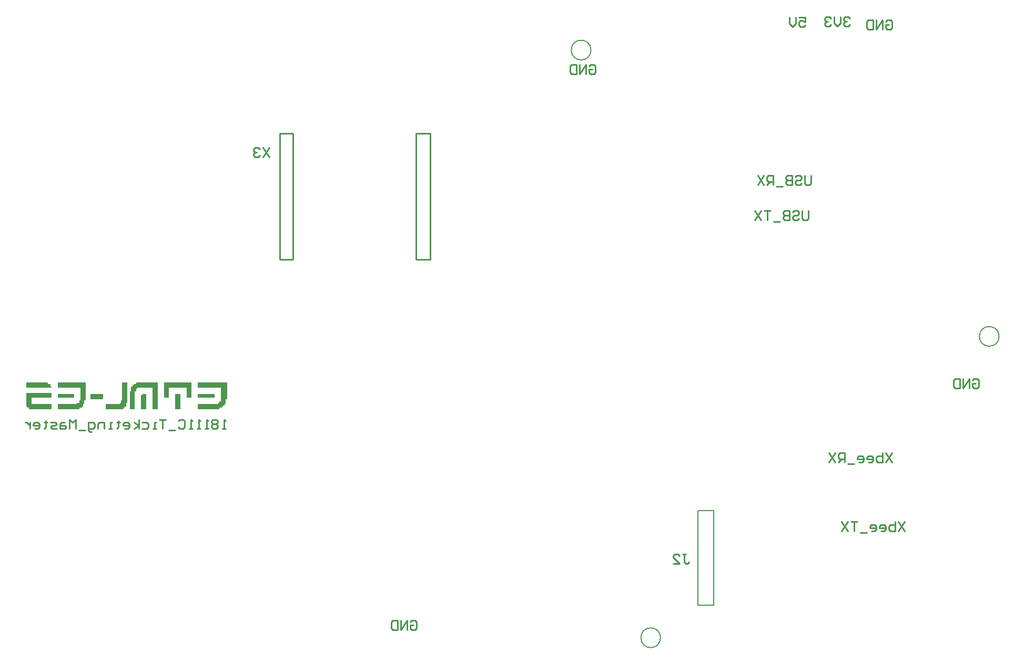
<source format=gbr>
%TF.GenerationSoftware,Altium Limited,Altium Designer,21.6.1 (37)*%
G04 Layer_Color=32896*
%FSLAX43Y43*%
%MOMM*%
%TF.SameCoordinates,4DA2BED1-4599-47CA-9C3E-D857DBAA41EB*%
%TF.FilePolarity,Positive*%
%TF.FileFunction,Legend,Bot*%
%TF.Part,Single*%
G01*
G75*
%TA.AperFunction,NonConductor*%
%ADD51C,0.200*%
%ADD52C,0.254*%
G36*
X6341Y45664D02*
X6748D01*
Y45461D01*
Y45258D01*
X6951D01*
Y45054D01*
X2887D01*
Y45258D01*
Y45461D01*
Y45664D01*
Y45867D01*
X6341D01*
Y45664D01*
D02*
G37*
G36*
X10609Y43835D02*
Y43632D01*
Y43429D01*
X7967D01*
Y43632D01*
Y43835D01*
Y44038D01*
X10609D01*
Y43835D01*
D02*
G37*
G36*
X15282D02*
Y43632D01*
Y43429D01*
Y43226D01*
X13250D01*
Y43429D01*
Y43632D01*
Y43835D01*
Y44038D01*
X15282D01*
Y43835D01*
D02*
G37*
G36*
X19143Y45664D02*
Y45461D01*
Y45258D01*
Y45054D01*
Y44851D01*
Y44648D01*
Y44445D01*
Y44242D01*
Y44038D01*
Y43835D01*
Y43632D01*
Y43429D01*
Y43226D01*
Y43022D01*
Y42819D01*
Y42616D01*
X18940D01*
Y42413D01*
Y42210D01*
Y42006D01*
X18737D01*
Y41803D01*
X18533D01*
Y41600D01*
X15689D01*
Y41803D01*
Y42006D01*
Y42210D01*
Y42413D01*
X17924D01*
Y42616D01*
X18127D01*
Y42819D01*
Y43022D01*
X18330D01*
Y43226D01*
Y43429D01*
Y43632D01*
Y43835D01*
Y44038D01*
Y44242D01*
Y44445D01*
Y44648D01*
Y44851D01*
Y45054D01*
Y45258D01*
Y45461D01*
Y45664D01*
Y45867D01*
X19143D01*
Y45664D01*
D02*
G37*
G36*
X12437D02*
Y45461D01*
Y45258D01*
Y45054D01*
Y44851D01*
Y44648D01*
Y44445D01*
Y44242D01*
Y44038D01*
Y43835D01*
Y43632D01*
Y43429D01*
Y43226D01*
Y43022D01*
X12234D01*
Y42819D01*
Y42616D01*
Y42413D01*
X12031D01*
Y42210D01*
Y42006D01*
X11828D01*
Y41803D01*
X11421D01*
Y41600D01*
X7967D01*
Y41803D01*
Y42006D01*
Y42210D01*
Y42413D01*
X11015D01*
Y42616D01*
X11421D01*
Y42819D01*
Y43022D01*
X11625D01*
Y43226D01*
Y43429D01*
Y43632D01*
Y43835D01*
Y44038D01*
Y44242D01*
Y44445D01*
Y44648D01*
Y44851D01*
Y45054D01*
X7967D01*
Y45258D01*
Y45461D01*
Y45664D01*
Y45867D01*
X12437D01*
Y45664D01*
D02*
G37*
G36*
X6951Y44038D02*
Y43835D01*
Y43632D01*
Y43429D01*
X3700D01*
Y43226D01*
Y43022D01*
Y42819D01*
Y42616D01*
Y42413D01*
X6951D01*
Y42210D01*
Y42006D01*
Y41803D01*
Y41600D01*
X3293D01*
Y41803D01*
X3090D01*
Y42006D01*
X2887D01*
Y42210D01*
Y42413D01*
Y42616D01*
Y42819D01*
Y43022D01*
Y43226D01*
Y43429D01*
Y43632D01*
Y43835D01*
Y44038D01*
Y44242D01*
X6951D01*
Y44038D01*
D02*
G37*
G36*
X33164Y43835D02*
Y43632D01*
Y43429D01*
X30522D01*
Y43632D01*
Y43835D01*
Y44038D01*
X33164D01*
Y43835D01*
D02*
G37*
G36*
X29506Y45664D02*
Y45461D01*
Y45258D01*
Y45054D01*
Y44851D01*
Y44648D01*
Y44445D01*
Y44242D01*
Y44038D01*
Y43835D01*
Y43632D01*
Y43429D01*
X28693D01*
Y43632D01*
Y43835D01*
Y44038D01*
Y44242D01*
Y44445D01*
Y44648D01*
Y44851D01*
Y45054D01*
X25849D01*
Y44851D01*
Y44648D01*
Y44445D01*
Y44242D01*
Y44038D01*
Y43835D01*
Y43632D01*
Y43429D01*
X25036D01*
Y43632D01*
Y43835D01*
Y44038D01*
Y44242D01*
Y44445D01*
Y44648D01*
Y44851D01*
Y45054D01*
Y45258D01*
Y45461D01*
Y45664D01*
Y45867D01*
X29506D01*
Y45664D01*
D02*
G37*
G36*
X35196D02*
Y45461D01*
Y45258D01*
Y45054D01*
Y44851D01*
Y44648D01*
Y44445D01*
Y44242D01*
Y44038D01*
Y43835D01*
Y43632D01*
Y43429D01*
Y43226D01*
X34993D01*
Y43022D01*
Y42819D01*
Y42616D01*
Y42413D01*
X34789D01*
Y42210D01*
X34586D01*
Y42006D01*
X34383D01*
Y41803D01*
X33977D01*
Y41600D01*
X30522D01*
Y41803D01*
Y42006D01*
Y42210D01*
Y42413D01*
X33773D01*
Y42616D01*
X33977D01*
Y42819D01*
X34180D01*
Y43022D01*
Y43226D01*
Y43429D01*
Y43632D01*
Y43835D01*
Y44038D01*
Y44242D01*
Y44445D01*
Y44648D01*
Y44851D01*
Y45054D01*
X30522D01*
Y45258D01*
Y45461D01*
Y45664D01*
Y45867D01*
X35196D01*
Y45664D01*
D02*
G37*
G36*
X27677Y43835D02*
Y43632D01*
Y43429D01*
Y43226D01*
Y43022D01*
Y42819D01*
Y42616D01*
Y42413D01*
Y42210D01*
Y42006D01*
Y41803D01*
Y41600D01*
X26865D01*
Y41803D01*
Y42006D01*
Y42210D01*
Y42413D01*
Y42616D01*
Y42819D01*
Y43022D01*
Y43226D01*
Y43429D01*
Y43632D01*
Y43835D01*
Y44038D01*
X27677D01*
Y43835D01*
D02*
G37*
G36*
X24020Y45664D02*
Y45461D01*
Y45258D01*
Y45054D01*
Y44851D01*
Y44648D01*
Y44445D01*
Y44242D01*
Y44038D01*
Y43835D01*
Y43632D01*
Y43429D01*
Y43226D01*
Y43022D01*
Y42819D01*
Y42616D01*
Y42413D01*
Y42210D01*
Y42006D01*
Y41803D01*
Y41600D01*
X23207D01*
Y41803D01*
Y42006D01*
Y42210D01*
Y42413D01*
Y42616D01*
Y42819D01*
Y43022D01*
Y43226D01*
Y43429D01*
Y43632D01*
Y43835D01*
Y44038D01*
Y44242D01*
Y44445D01*
Y44648D01*
Y44851D01*
Y45054D01*
X20769D01*
Y44851D01*
X20565D01*
Y44648D01*
Y44445D01*
X20362D01*
Y44242D01*
Y44038D01*
Y43835D01*
Y43632D01*
Y43429D01*
Y43226D01*
Y43022D01*
Y42819D01*
Y42616D01*
Y42413D01*
Y42210D01*
Y42006D01*
Y41803D01*
Y41600D01*
X19549D01*
Y41803D01*
Y42006D01*
Y42210D01*
Y42413D01*
Y42616D01*
Y42819D01*
Y43022D01*
Y43226D01*
Y43429D01*
Y43632D01*
Y43835D01*
Y44038D01*
Y44242D01*
Y44445D01*
X19753D01*
Y44648D01*
Y44851D01*
Y45054D01*
Y45258D01*
X19956D01*
Y45461D01*
X20159D01*
Y45664D01*
X20565D01*
Y45867D01*
X24020D01*
Y45664D01*
D02*
G37*
G36*
X22191Y43835D02*
Y43632D01*
Y43429D01*
Y43226D01*
Y43022D01*
Y42819D01*
Y42616D01*
Y42413D01*
Y42210D01*
Y42006D01*
Y41803D01*
Y41600D01*
X21378D01*
Y41803D01*
Y42006D01*
Y42210D01*
Y42413D01*
Y42616D01*
Y42819D01*
Y43022D01*
Y43226D01*
Y43429D01*
Y43632D01*
Y43835D01*
X21581D01*
Y44038D01*
X22191D01*
Y43835D01*
D02*
G37*
D51*
X93785Y99469D02*
G03*
X93785Y99469I-1585J0D01*
G01*
X159484Y53324D02*
G03*
X159484Y53324I-1585J0D01*
G01*
X104985Y4750D02*
G03*
X104985Y4750I-1585J0D01*
G01*
X113520Y9978D02*
Y25218D01*
X110980Y9978D02*
Y25218D01*
X113520D01*
X110980Y9978D02*
X113520D01*
D52*
X45844Y65710D02*
Y86030D01*
X43685Y65710D02*
X45844D01*
X43685D02*
Y86030D01*
X45844D01*
X67942Y65710D02*
Y86030D01*
X65656Y65710D02*
X67942D01*
X65656D02*
Y86030D01*
X66672D02*
X67942D01*
X65656D02*
X66672D01*
X144246Y23439D02*
X143230Y21916D01*
Y23439D02*
X144246Y21916D01*
X142722Y23439D02*
Y21916D01*
X141961D01*
X141707Y22170D01*
Y22424D01*
Y22678D01*
X141961Y22932D01*
X142722D01*
X140437Y21916D02*
X140945D01*
X141199Y22170D01*
Y22678D01*
X140945Y22932D01*
X140437D01*
X140183Y22678D01*
Y22424D01*
X141199D01*
X138914Y21916D02*
X139422D01*
X139675Y22170D01*
Y22678D01*
X139422Y22932D01*
X138914D01*
X138660Y22678D01*
Y22424D01*
X139675D01*
X138152Y21662D02*
X137136D01*
X136628Y23439D02*
X135613D01*
X136121D01*
Y21916D01*
X135105Y23439D02*
X134089Y21916D01*
Y23439D02*
X135105Y21916D01*
X142246Y34531D02*
X141230Y33008D01*
Y34531D02*
X142246Y33008D01*
X140722Y34531D02*
Y33008D01*
X139961D01*
X139707Y33262D01*
Y33516D01*
Y33770D01*
X139961Y34024D01*
X140722D01*
X138437Y33008D02*
X138945D01*
X139199Y33262D01*
Y33770D01*
X138945Y34024D01*
X138437D01*
X138183Y33770D01*
Y33516D01*
X139199D01*
X136914Y33008D02*
X137422D01*
X137675Y33262D01*
Y33770D01*
X137422Y34024D01*
X136914D01*
X136660Y33770D01*
Y33516D01*
X137675D01*
X136152Y32754D02*
X135136D01*
X134628Y33008D02*
Y34531D01*
X133867D01*
X133613Y34278D01*
Y33770D01*
X133867Y33516D01*
X134628D01*
X134121D02*
X133613Y33008D01*
X133105Y34531D02*
X132089Y33008D01*
Y34531D02*
X133105Y33008D01*
X93480Y96908D02*
X93734Y97162D01*
X94242D01*
X94496Y96908D01*
Y95892D01*
X94242Y95638D01*
X93734D01*
X93480Y95892D01*
Y96400D01*
X93988D01*
X92972Y95638D02*
Y97162D01*
X91957Y95638D01*
Y97162D01*
X91449D02*
Y95638D01*
X90687D01*
X90433Y95892D01*
Y96908D01*
X90687Y97162D01*
X91449D01*
X129246Y79281D02*
Y78012D01*
X128992Y77758D01*
X128484D01*
X128230Y78012D01*
Y79281D01*
X126707Y79028D02*
X126961Y79281D01*
X127469D01*
X127723Y79028D01*
Y78774D01*
X127469Y78520D01*
X126961D01*
X126707Y78266D01*
Y78012D01*
X126961Y77758D01*
X127469D01*
X127723Y78012D01*
X126199Y79281D02*
Y77758D01*
X125437D01*
X125183Y78012D01*
Y78266D01*
X125437Y78520D01*
X126199D01*
X125437D01*
X125183Y78774D01*
Y79028D01*
X125437Y79281D01*
X126199D01*
X124675Y77504D02*
X123660D01*
X123152Y77758D02*
Y79281D01*
X122390D01*
X122136Y79028D01*
Y78520D01*
X122390Y78266D01*
X123152D01*
X122644D02*
X122136Y77758D01*
X121628Y79281D02*
X120613Y77758D01*
Y79281D02*
X121628Y77758D01*
X128746Y73590D02*
Y72321D01*
X128492Y72067D01*
X127984D01*
X127730Y72321D01*
Y73590D01*
X126207Y73336D02*
X126461Y73590D01*
X126969D01*
X127222Y73336D01*
Y73082D01*
X126969Y72829D01*
X126461D01*
X126207Y72575D01*
Y72321D01*
X126461Y72067D01*
X126969D01*
X127222Y72321D01*
X125699Y73590D02*
Y72067D01*
X124937D01*
X124683Y72321D01*
Y72575D01*
X124937Y72829D01*
X125699D01*
X124937D01*
X124683Y73082D01*
Y73336D01*
X124937Y73590D01*
X125699D01*
X124175Y71813D02*
X123160D01*
X122652Y73590D02*
X121636D01*
X122144D01*
Y72067D01*
X121128Y73590D02*
X120113Y72067D01*
Y73590D02*
X121128Y72067D01*
X127230Y104778D02*
X128246D01*
Y104016D01*
X127738Y104270D01*
X127484D01*
X127230Y104016D01*
Y103508D01*
X127484Y103254D01*
X127992D01*
X128246Y103508D01*
X126722Y104778D02*
Y103762D01*
X126215Y103254D01*
X125707Y103762D01*
Y104778D01*
X135496Y104594D02*
X135242Y104848D01*
X134734D01*
X134480Y104594D01*
Y104340D01*
X134734Y104086D01*
X134988D01*
X134734D01*
X134480Y103832D01*
Y103578D01*
X134734Y103324D01*
X135242D01*
X135496Y103578D01*
X133972Y104848D02*
Y103832D01*
X133465Y103324D01*
X132957Y103832D01*
Y104848D01*
X132449Y104594D02*
X132195Y104848D01*
X131687D01*
X131433Y104594D01*
Y104340D01*
X131687Y104086D01*
X131941D01*
X131687D01*
X131433Y103832D01*
Y103578D01*
X131687Y103324D01*
X132195D01*
X132449Y103578D01*
X141230Y104064D02*
X141484Y104318D01*
X141992D01*
X142246Y104064D01*
Y103048D01*
X141992Y102794D01*
X141484D01*
X141230Y103048D01*
Y103556D01*
X141738D01*
X140722Y102794D02*
Y104318D01*
X139707Y102794D01*
Y104318D01*
X139199D02*
Y102794D01*
X138437D01*
X138183Y103048D01*
Y104064D01*
X138437Y104318D01*
X139199D01*
X155230Y46274D02*
X155484Y46528D01*
X155992D01*
X156246Y46274D01*
Y45258D01*
X155992Y45004D01*
X155484D01*
X155230Y45258D01*
Y45766D01*
X155738D01*
X154722Y45004D02*
Y46528D01*
X153707Y45004D01*
Y46528D01*
X153199D02*
Y45004D01*
X152437D01*
X152183Y45258D01*
Y46274D01*
X152437Y46528D01*
X153199D01*
X64730Y7274D02*
X64984Y7528D01*
X65492D01*
X65746Y7274D01*
Y6258D01*
X65492Y6004D01*
X64984D01*
X64730Y6258D01*
Y6766D01*
X65238D01*
X64222Y6004D02*
Y7528D01*
X63207Y6004D01*
Y7528D01*
X62699D02*
Y6004D01*
X61937D01*
X61683Y6258D01*
Y7274D01*
X61937Y7528D01*
X62699D01*
X34951Y38405D02*
X34443D01*
X34697D01*
Y39928D01*
X34951Y39675D01*
X33681D02*
X33427Y39928D01*
X32919D01*
X32665Y39675D01*
Y39421D01*
X32919Y39167D01*
X32665Y38913D01*
Y38659D01*
X32919Y38405D01*
X33427D01*
X33681Y38659D01*
Y38913D01*
X33427Y39167D01*
X33681Y39421D01*
Y39675D01*
X33427Y39167D02*
X32919D01*
X32158Y38405D02*
X31650D01*
X31904D01*
Y39928D01*
X32158Y39675D01*
X30888Y38405D02*
X30380D01*
X30634D01*
Y39928D01*
X30888Y39675D01*
X29618Y38405D02*
X29111D01*
X29364D01*
Y39928D01*
X29618Y39675D01*
X27333D02*
X27587Y39928D01*
X28095D01*
X28349Y39675D01*
Y38659D01*
X28095Y38405D01*
X27587D01*
X27333Y38659D01*
X26825Y38151D02*
X25810D01*
X25302Y39928D02*
X24286D01*
X24794D01*
Y38405D01*
X23778D02*
X23270D01*
X23524D01*
Y39421D01*
X23778D01*
X21493D02*
X22255D01*
X22509Y39167D01*
Y38659D01*
X22255Y38405D01*
X21493D01*
X20985D02*
Y39928D01*
Y38913D02*
X20223Y39421D01*
X20985Y38913D02*
X20223Y38405D01*
X18700D02*
X19208D01*
X19462Y38659D01*
Y39167D01*
X19208Y39421D01*
X18700D01*
X18446Y39167D01*
Y38913D01*
X19462D01*
X17684Y39675D02*
Y39421D01*
X17938D01*
X17430D01*
X17684D01*
Y38659D01*
X17430Y38405D01*
X16669D02*
X16161D01*
X16415D01*
Y39421D01*
X16669D01*
X15399Y38405D02*
Y39421D01*
X14637D01*
X14383Y39167D01*
Y38405D01*
X13368Y37897D02*
X13114D01*
X12860Y38151D01*
Y39421D01*
X13622D01*
X13875Y39167D01*
Y38659D01*
X13622Y38405D01*
X12860D01*
X12352Y38151D02*
X11336D01*
X10828Y38405D02*
Y39928D01*
X10321Y39421D01*
X9813Y39928D01*
Y38405D01*
X9051Y39421D02*
X8543D01*
X8289Y39167D01*
Y38405D01*
X9051D01*
X9305Y38659D01*
X9051Y38913D01*
X8289D01*
X7781Y38405D02*
X7020D01*
X6766Y38659D01*
X7020Y38913D01*
X7528D01*
X7781Y39167D01*
X7528Y39421D01*
X6766D01*
X6004Y39675D02*
Y39421D01*
X6258D01*
X5750D01*
X6004D01*
Y38659D01*
X5750Y38405D01*
X4227D02*
X4734D01*
X4988Y38659D01*
Y39167D01*
X4734Y39421D01*
X4227D01*
X3973Y39167D01*
Y38913D01*
X4988D01*
X3465Y39421D02*
Y38405D01*
Y38913D01*
X3211Y39167D01*
X2957Y39421D01*
X2703D01*
X108571Y18195D02*
X109078D01*
X108824D01*
Y16925D01*
X109078Y16671D01*
X109332D01*
X109586Y16925D01*
X107047Y16671D02*
X108063D01*
X107047Y17687D01*
Y17941D01*
X107301Y18195D01*
X107809D01*
X108063Y17941D01*
X41970Y83731D02*
X40954Y82207D01*
Y83731D02*
X41970Y82207D01*
X40446Y83477D02*
X40192Y83731D01*
X39684D01*
X39430Y83477D01*
Y83223D01*
X39684Y82969D01*
X39938D01*
X39684D01*
X39430Y82715D01*
Y82461D01*
X39684Y82207D01*
X40192D01*
X40446Y82461D01*
%TF.MD5,e96940c88a40b146b103a7ff82487429*%
M02*

</source>
